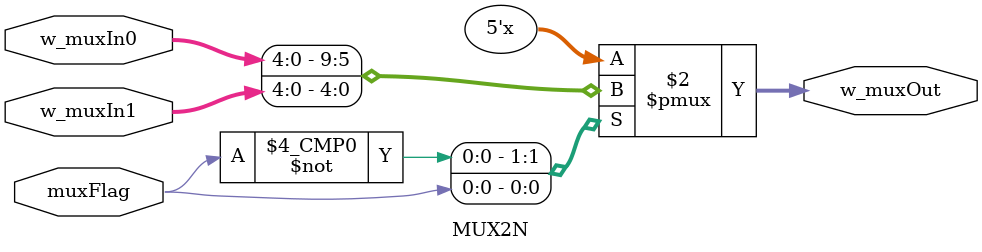
<source format=v>
module MUX2N (muxFlag, w_muxIn0, w_muxIn1, w_muxOut);

	input muxFlag;
	input [4:0] w_muxIn0, w_muxIn1;
	output reg[4:0] w_muxOut;

always @(*)

begin
	case (muxFlag)
		1'b0: begin
			w_muxOut[4:0] = w_muxIn0[4:0];
		end
		1'b1: begin
			w_muxOut[4:0] = w_muxIn1[4:0];
		end
	endcase
end

endmodule

</source>
